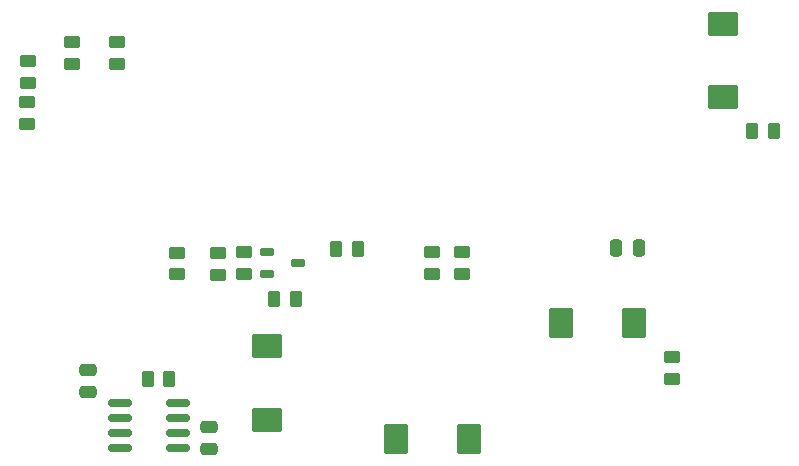
<source format=gbr>
%TF.GenerationSoftware,KiCad,Pcbnew,8.0.4*%
%TF.CreationDate,2025-01-29T09:39:19+01:00*%
%TF.ProjectId,DA_Sender,44415f53-656e-4646-9572-2e6b69636164,rev?*%
%TF.SameCoordinates,Original*%
%TF.FileFunction,Paste,Top*%
%TF.FilePolarity,Positive*%
%FSLAX46Y46*%
G04 Gerber Fmt 4.6, Leading zero omitted, Abs format (unit mm)*
G04 Created by KiCad (PCBNEW 8.0.4) date 2025-01-29 09:39:19*
%MOMM*%
%LPD*%
G01*
G04 APERTURE LIST*
G04 Aperture macros list*
%AMRoundRect*
0 Rectangle with rounded corners*
0 $1 Rounding radius*
0 $2 $3 $4 $5 $6 $7 $8 $9 X,Y pos of 4 corners*
0 Add a 4 corners polygon primitive as box body*
4,1,4,$2,$3,$4,$5,$6,$7,$8,$9,$2,$3,0*
0 Add four circle primitives for the rounded corners*
1,1,$1+$1,$2,$3*
1,1,$1+$1,$4,$5*
1,1,$1+$1,$6,$7*
1,1,$1+$1,$8,$9*
0 Add four rect primitives between the rounded corners*
20,1,$1+$1,$2,$3,$4,$5,0*
20,1,$1+$1,$4,$5,$6,$7,0*
20,1,$1+$1,$6,$7,$8,$9,0*
20,1,$1+$1,$8,$9,$2,$3,0*%
G04 Aperture macros list end*
%ADD10RoundRect,0.250000X0.450000X-0.262500X0.450000X0.262500X-0.450000X0.262500X-0.450000X-0.262500X0*%
%ADD11RoundRect,0.250000X0.475000X-0.250000X0.475000X0.250000X-0.475000X0.250000X-0.475000X-0.250000X0*%
%ADD12RoundRect,0.250000X0.787500X1.025000X-0.787500X1.025000X-0.787500X-1.025000X0.787500X-1.025000X0*%
%ADD13RoundRect,0.250000X-0.450000X0.262500X-0.450000X-0.262500X0.450000X-0.262500X0.450000X0.262500X0*%
%ADD14RoundRect,0.250000X-0.262500X-0.450000X0.262500X-0.450000X0.262500X0.450000X-0.262500X0.450000X0*%
%ADD15RoundRect,0.162500X-0.447500X-0.162500X0.447500X-0.162500X0.447500X0.162500X-0.447500X0.162500X0*%
%ADD16RoundRect,0.250000X-1.025000X0.787500X-1.025000X-0.787500X1.025000X-0.787500X1.025000X0.787500X0*%
%ADD17RoundRect,0.250000X0.262500X0.450000X-0.262500X0.450000X-0.262500X-0.450000X0.262500X-0.450000X0*%
%ADD18RoundRect,0.150000X0.825000X0.150000X-0.825000X0.150000X-0.825000X-0.150000X0.825000X-0.150000X0*%
%ADD19RoundRect,0.250000X0.250000X0.475000X-0.250000X0.475000X-0.250000X-0.475000X0.250000X-0.475000X0*%
G04 APERTURE END LIST*
D10*
%TO.C,R4*%
X123190000Y-78382500D03*
X123190000Y-76557500D03*
%TD*%
D11*
%TO.C,C3*%
X130946565Y-110976808D03*
X130946565Y-109076808D03*
%TD*%
D12*
%TO.C,C6*%
X152972500Y-110103448D03*
X146747500Y-110103448D03*
%TD*%
D13*
%TO.C,R11*%
X128270000Y-94343191D03*
X128270000Y-96168191D03*
%TD*%
D14*
%TO.C,R12*%
X141730897Y-94060870D03*
X143555897Y-94060870D03*
%TD*%
D15*
%TO.C,Q1*%
X135850000Y-94300000D03*
X135850000Y-96200000D03*
X138470000Y-95250000D03*
%TD*%
D13*
%TO.C,R3*%
X149860000Y-94337500D03*
X149860000Y-96162500D03*
%TD*%
%TO.C,R2*%
X152400000Y-94337500D03*
X152400000Y-96162500D03*
%TD*%
D16*
%TO.C,C7*%
X174458202Y-74961452D03*
X174458202Y-81186452D03*
%TD*%
D17*
%TO.C,R13*%
X138282029Y-98283599D03*
X136457029Y-98283599D03*
%TD*%
D13*
%TO.C,R10*%
X131694050Y-94391482D03*
X131694050Y-96216482D03*
%TD*%
D10*
%TO.C,R9*%
X170180000Y-105052500D03*
X170180000Y-103227500D03*
%TD*%
D18*
%TO.C,U1*%
X128341565Y-110918464D03*
X128341565Y-109648464D03*
X128341565Y-108378464D03*
X128341565Y-107108464D03*
X123391565Y-107108464D03*
X123391565Y-108378464D03*
X123391565Y-109648464D03*
X123391565Y-110918464D03*
%TD*%
D13*
%TO.C,R14*%
X133884585Y-94309664D03*
X133884585Y-96134664D03*
%TD*%
D10*
%TO.C,R7*%
X115616656Y-79960430D03*
X115616656Y-78135430D03*
%TD*%
D11*
%TO.C,C1*%
X120721565Y-106153464D03*
X120721565Y-104253464D03*
%TD*%
D10*
%TO.C,R6*%
X115570000Y-83462500D03*
X115570000Y-81637500D03*
%TD*%
D14*
%TO.C,R8*%
X176961760Y-84068015D03*
X178786760Y-84068015D03*
%TD*%
D16*
%TO.C,C4*%
X135890000Y-102297500D03*
X135890000Y-108522500D03*
%TD*%
D19*
%TO.C,C5*%
X167320000Y-93980000D03*
X165420000Y-93980000D03*
%TD*%
D12*
%TO.C,C2*%
X166942500Y-100330000D03*
X160717500Y-100330000D03*
%TD*%
D17*
%TO.C,R1*%
X127576434Y-105037392D03*
X125751434Y-105037392D03*
%TD*%
D10*
%TO.C,R5*%
X119380000Y-78382500D03*
X119380000Y-76557500D03*
%TD*%
M02*

</source>
